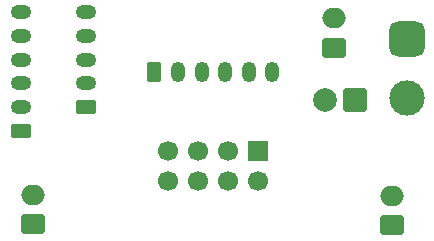
<source format=gbr>
%TF.GenerationSoftware,KiCad,Pcbnew,9.0.4*%
%TF.CreationDate,2025-09-25T23:05:09-07:00*%
%TF.ProjectId,Toolhead PCB,546f6f6c-6865-4616-9420-5043422e6b69,0.5*%
%TF.SameCoordinates,Original*%
%TF.FileFunction,Soldermask,Bot*%
%TF.FilePolarity,Negative*%
%FSLAX46Y46*%
G04 Gerber Fmt 4.6, Leading zero omitted, Abs format (unit mm)*
G04 Created by KiCad (PCBNEW 9.0.4) date 2025-09-25 23:05:09*
%MOMM*%
%LPD*%
G01*
G04 APERTURE LIST*
G04 Aperture macros list*
%AMRoundRect*
0 Rectangle with rounded corners*
0 $1 Rounding radius*
0 $2 $3 $4 $5 $6 $7 $8 $9 X,Y pos of 4 corners*
0 Add a 4 corners polygon primitive as box body*
4,1,4,$2,$3,$4,$5,$6,$7,$8,$9,$2,$3,0*
0 Add four circle primitives for the rounded corners*
1,1,$1+$1,$2,$3*
1,1,$1+$1,$4,$5*
1,1,$1+$1,$6,$7*
1,1,$1+$1,$8,$9*
0 Add four rect primitives between the rounded corners*
20,1,$1+$1,$2,$3,$4,$5,0*
20,1,$1+$1,$4,$5,$6,$7,0*
20,1,$1+$1,$6,$7,$8,$9,0*
20,1,$1+$1,$8,$9,$2,$3,0*%
G04 Aperture macros list end*
%ADD10RoundRect,0.250000X0.625000X-0.350000X0.625000X0.350000X-0.625000X0.350000X-0.625000X-0.350000X0*%
%ADD11O,1.750000X1.200000*%
%ADD12R,1.700000X1.700000*%
%ADD13C,1.700000*%
%ADD14RoundRect,0.750000X-0.750000X0.750000X-0.750000X-0.750000X0.750000X-0.750000X0.750000X0.750000X0*%
%ADD15C,3.000000*%
%ADD16RoundRect,0.250000X0.750000X0.750000X-0.750000X0.750000X-0.750000X-0.750000X0.750000X-0.750000X0*%
%ADD17C,2.000000*%
%ADD18RoundRect,0.250000X0.750000X-0.600000X0.750000X0.600000X-0.750000X0.600000X-0.750000X-0.600000X0*%
%ADD19O,2.000000X1.700000*%
%ADD20RoundRect,0.250000X-0.350000X-0.625000X0.350000X-0.625000X0.350000X0.625000X-0.350000X0.625000X0*%
%ADD21O,1.200000X1.750000*%
G04 APERTURE END LIST*
D10*
%TO.C,J3*%
X100330000Y-62480000D03*
D11*
X100330000Y-60480000D03*
X100330000Y-58480000D03*
X100330000Y-56480000D03*
X100330000Y-54480000D03*
X100330000Y-52480000D03*
%TD*%
D12*
%TO.C,J10*%
X120460000Y-64230000D03*
D13*
X120460000Y-66770000D03*
X117920000Y-64230000D03*
X117920000Y-66770000D03*
X115380000Y-64230000D03*
X115380000Y-66770000D03*
X112840000Y-64230000D03*
X112840000Y-66770000D03*
%TD*%
D14*
%TO.C,J4*%
X133000000Y-54690000D03*
D15*
X133000000Y-59690000D03*
%TD*%
D10*
%TO.C,J9*%
X105840000Y-60470000D03*
D11*
X105840000Y-58470000D03*
X105840000Y-56470000D03*
X105840000Y-54470000D03*
X105840000Y-52470000D03*
%TD*%
D16*
%TO.C,J1*%
X128640000Y-59890000D03*
D17*
X126100000Y-59890000D03*
%TD*%
D18*
%TO.C,J5*%
X126840000Y-55450000D03*
D19*
X126840000Y-52950000D03*
%TD*%
D20*
%TO.C,J2*%
X111640000Y-57480000D03*
D21*
X113640000Y-57480000D03*
X115640000Y-57480000D03*
X117640000Y-57480000D03*
X119640000Y-57480000D03*
X121640000Y-57480000D03*
%TD*%
D18*
%TO.C,J7*%
X101380000Y-70430000D03*
D19*
X101380000Y-67930000D03*
%TD*%
D18*
%TO.C,J6*%
X131785000Y-70490000D03*
D19*
X131785000Y-67990000D03*
%TD*%
M02*

</source>
